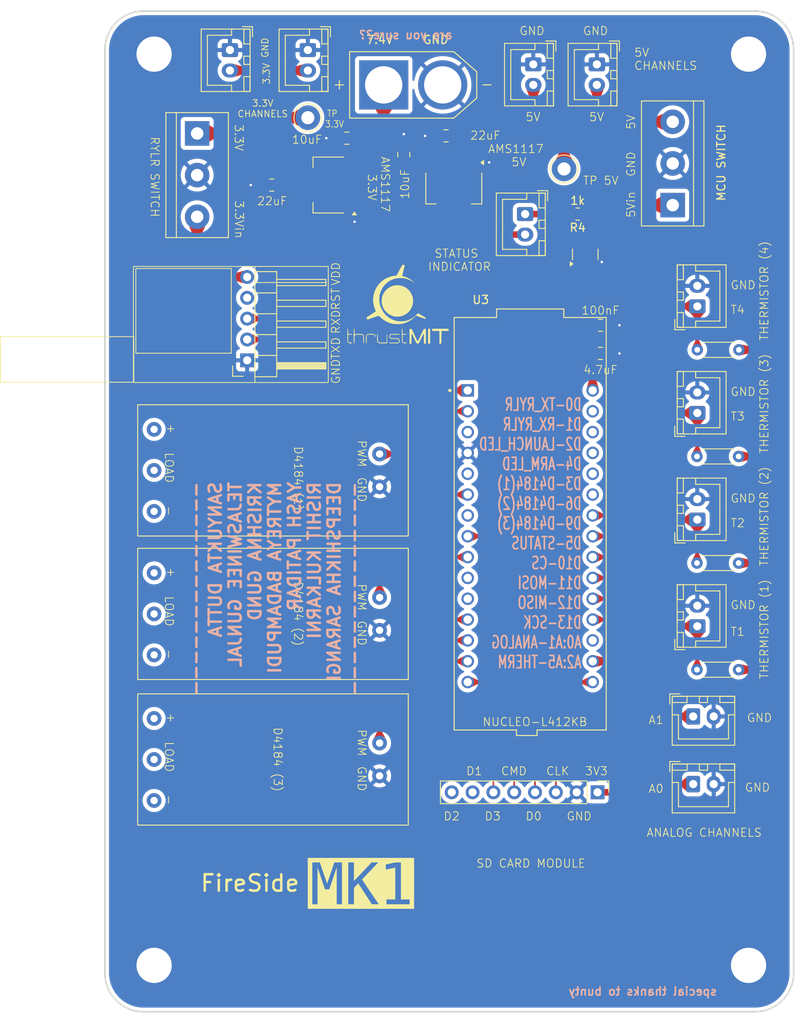
<source format=kicad_pcb>
(kicad_pcb (version 20241229) (generator "pcbnew") (generator_version "9.0")
  (layers (0 "F.Cu" signal) (2 "B.Cu" signal) (13 "F.Paste" user) (15 "B.Paste" user) (5 "F.SilkS" user "F.Silkscreen") (7 "B.SilkS" user "B.Silkscreen") (1 "F.Mask" user) (3 "B.Mask" user) (25 "Edge.Cuts" user))
  (net 0 "")
  (net 1 "GND")
  (net 2 "5V")
  (net 3 "VI")
  (net 4 "A_THERM-1")
  (net 5 "A_THERM-2")
  (net 6 "A_THERM-3")
  (net 7 "3.3V")
  (net 8 "CS_SD")
  (net 9 "PWM_D4184-2")
  (net 10 "RX_RYLR")
  (net 11 "TX_RYLR")
  (net 12 "MOSI_SD")
  (net 13 "SCK_SD")
  (net 14 "MISO_SD")
  (net 15 "PWM_D4184-1")
  (net 16 "PWM_D4184-3")
  (net 23 "5Vin")
  (net 24 "A_THERM-4")
  (net 25 "Net-(J10-Pin_1)")
  (net 26 "3.3V_STM")
  (net 27 "3.3Vin")
  (net 28 "Net-(Q1-C)")
  (net 29 "STATUS_PIN")
  (net 30 "A1")
  (net 33 "A0")
  (footprint "Resistor_THT:R_Axial_DIN0204_L3.6mm_D1.6mm_P5.08mm_Horizontal" (layer "F.Cu") (at 147.79 96.55 180)
    (property "Reference" "R5" (hide yes))
    (property "Value" "100k" (hide yes))
    (pad "1" thru_hole circle (at 0 0 180) (size 1.4 1.4) (drill 0.7) (layers "*.Cu" "*.Mask") (net 26 "3.3V_STM"))
    (pad "2" thru_hole circle (at 5.08 0 180) (size 1.4 1.4) (drill 0.7) (layers "*.Cu" "*.Mask") (net 5 "A_THERM-2"))
  )
  (footprint "Capacitor_SMD:C_0805_2012Metric" (layer "F.Cu") (at 100 44.75 180)
    (property "Reference" "C2" (hide yes))
    (property "Value" "10uF" (hide yes))
    (pad "1" smd roundrect (at -0.95 0 180) (size 1 1.45) (layers "F.Cu" "F.Mask" "F.Paste") (net 3 "VI"))
    (pad "2" smd roundrect (at 0.95 0 180) (size 1 1.45) (layers "F.Cu" "F.Mask" "F.Paste") (net 1 "GND"))
  )
  (footprint "Resistor_THT:R_Axial_DIN0204_L3.6mm_D1.6mm_P5.08mm_Horizontal" (layer "F.Cu") (at 147.79 83.55 180)
    (property "Reference" "R6" (hide yes))
    (property "Value" "100k" (hide yes))
    (pad "1" thru_hole circle (at 0 0 180) (size 1.4 1.4) (drill 0.7) (layers "*.Cu" "*.Mask") (net 26 "3.3V_STM"))
    (pad "2" thru_hole circle (at 5.08 0 180) (size 1.4 1.4) (drill 0.7) (layers "*.Cu" "*.Mask") (net 6 "A_THERM-3"))
  )
  (footprint "Connector_JST:JST_XH_B2B-XH-A_1x02_P2.50mm_Vertical" (layer "F.Cu") (at 130.5 35.75 -90)
    (property "Reference" "J8" (hide yes))
    (property "Value" "Conn_01x02_Pin" (hide yes))
    (pad "1" thru_hole roundrect (at 0 0 270) (size 1.7 2) (drill 1) (layers "*.Cu" "*.Mask") (roundrect_rratio 0.147059) (net 1 "GND"))
    (pad "2" thru_hole oval (at 2.5 0 270) (size 1.7 2) (drill 1) (layers "*.Cu" "*.Mask") (net 2 "5V"))
  )
  (footprint "MountingHole:MountingHole_4.3mm_M4_DIN965_Pad" (layer "F.Cu") (at 76.5 145.6 90)
    (property "Reference" "H2" (hide yes))
    (property "Value" "MountingHole_Pad" (hide yes))
    (pad "1" thru_hole circle (at 0 0 90) (size 7.5 7.5) (drill 4.3) (layers "*.Cu" "*.Mask") (net 1 "GND"))
  )
  (footprint "MountingHole:MountingHole_4.3mm_M4_DIN965_Pad" (layer "F.Cu") (at 76.5 34.5 90)
    (property "Reference" "H3" (hide yes))
    (property "Value" "MountingHole_Pad" (hide yes))
    (pad "1" thru_hole circle (at 0 0 90) (size 7.5 7.5) (drill 4.3) (layers "*.Cu" "*.Mask") (net 1 "GND"))
  )
  (footprint "Capacitor_SMD:C_0805_2012Metric" (layer "F.Cu") (at 106.95 46.75 90)
    (property "Reference" "C3" (hide yes))
    (property "Value" "10uF" (hide yes))
    (pad "1" smd roundrect (at -0.95 0 90) (size 1 1.45) (layers "F.Cu" "F.Mask" "F.Paste") (net 3 "VI"))
    (pad "2" smd roundrect (at 0.95 0 90) (size 1 1.45) (layers "F.Cu" "F.Mask" "F.Paste") (net 1 "GND"))
  )
  (footprint "Connector_JST:JST_XH_B2B-XH-A_1x02_P2.50mm_Vertical" (layer "F.Cu") (at 142.75 78.25 90)
    (property "Reference" "J6" (hide yes))
    (property "Value" "Conn_01x02_Pin" (hide yes))
    (pad "1" thru_hole roundrect (at 0 0 90) (size 1.7 2) (drill 1) (layers "*.Cu" "*.Mask") (roundrect_rratio 0.147059) (net 6 "A_THERM-3"))
    (pad "2" thru_hole oval (at 2.5 0 90) (size 1.7 2) (drill 1) (layers "*.Cu" "*.Mask") (net 1 "GND"))
  )
  (footprint "Package_TO_SOT_SMD:SOT-223-3_TabPin2" (layer "F.Cu") (at 113.05 50.85 -90)
    (property "Reference" "U4" (hide yes))
    (property "Value" "AMS1117-5.0" (hide yes))
    (pad "1" smd roundrect (at -3.15 -2.3 270) (size 2 1.5) (layers "F.Cu" "F.Mask" "F.Paste") (net 1 "GND"))
    (pad "2" smd roundrect (at -3.15 0 270) (size 2 1.5) (layers "F.Cu" "F.Mask" "F.Paste") (net 2 "5V"))
    (pad "2" smd roundrect (at 3.15 0 270) (size 2 3.8) (layers "F.Cu" "F.Mask" "F.Paste") (net 2 "5V"))
    (pad "3" smd roundrect (at -3.15 2.3 270) (size 2 1.5) (layers "F.Cu" "F.Mask" "F.Paste") (net 3 "VI"))
  )
  (footprint "Resistor_THT:R_Axial_DIN0204_L3.6mm_D1.6mm_P5.08mm_Horizontal" (layer "F.Cu") (at 147.825396 70.55 180)
    (property "Reference" "R7" (hide yes))
    (property "Value" "100k" (hide yes))
    (pad "1" thru_hole circle (at 0 0 180) (size 1.4 1.4) (drill 0.7) (layers "*.Cu" "*.Mask") (net 26 "3.3V_STM"))
    (pad "2" thru_hole circle (at 5.08 0 180) (size 1.4 1.4) (drill 0.7) (layers "*.Cu" "*.Mask") (net 24 "A_THERM-4"))
  )
  (footprint "Package_TO_SOT_SMD:SOT-223-3_TabPin2" (layer "F.Cu") (at 97.791768 50.4604 180)
    (property "Reference" "U1" (hide yes))
    (property "Value" "AMS1117-3.3" (hide yes))
    (pad "1" smd roundrect (at -3.15 -2.3 180) (size 2 1.5) (layers "F.Cu" "F.Mask" "F.Paste") (net 1 "GND"))
    (pad "2" smd roundrect (at -3.15 0 180) (size 2 1.5) (layers "F.Cu" "F.Mask" "F.Paste") (net 7 "3.3V"))
    (pad "2" smd roundrect (at 3.15 0 180) (size 2 3.8) (layers "F.Cu" "F.Mask" "F.Paste") (net 7 "3.3V"))
    (pad "3" smd roundrect (at -3.15 2.3 180) (size 2 1.5) (layers "F.Cu" "F.Mask" "F.Paste") (net 3 "VI"))
  )
  (footprint "FireSide Footprint:D4184" (layer "F.Cu") (at 95 121 -90)
    (property "Reference" "U6" (hide yes))
    (property "Value" "~" (hide yes))
    (fp_text user "PWM" (at -4.25 -6.25 270) (layer "F.SilkS") (effects (font (thickness 0.1)) (justify left bottom)))
    (fp_text user "LOAD" (at -2.75 17.25 270) (layer "F.SilkS") (effects (font (thickness 0.1)) (justify left bottom)))
    (fp_text user "-" (at 3.75 17.25 270) (layer "F.SilkS") (effects (font (thickness 0.1)) (justify left bottom)))
    (fp_text user "+" (at -6.25 17 270) (layer "F.SilkS") (effects (font (thickness 0.1)) (justify left bottom)))
    (fp_text user "GND" (at 0.25 -6.25 270) (layer "F.SilkS") (effects (font (thickness 0.1)) (justify left bottom)))
    (pad "1" thru_hole circle (at 1.5 -9 180) (size 1.8 1.8) (drill 0.9) (layers "*.Cu" "*.Mask") (net 1 "GND"))
    (pad "2" thru_hole circle (at -2.5 -9 180) (size 1.8 1.8) (drill 0.9) (layers "*.Cu" "*.Mask") (net 16 "PWM_D4184-3"))
    (pad "3" thru_hole circle (at 4.5 18.5 180) (size 1.8 1.8) (drill 0.9) (layers "*.Cu" "*.Mask"))
    (pad "4" thru_hole circle (at -0.5 18.5 180) (size 1.8 1.8) (drill 0.9) (layers "*.Cu" "*.Mask"))
    (pad "5" thru_hole circle (at -5.5 18.5 180) (size 1.8 1.8) (drill 0.9) (layers "*.Cu" "*.Mask"))
  )
  (footprint "Connector_JST:JST_XH_B2B-XH-A_1x02_P2.50mm_Vertical" (layer "F.Cu") (at 142.25 115.25)
    (property "Reference" "J2" (hide yes))
    (property "Value" "Conn_01x02_Pin" (hide yes))
    (pad "1" thru_hole roundrect (at 0 0) (size 1.7 2) (drill 1) (layers "*.Cu" "*.Mask") (roundrect_rratio 0.147059) (net 30 "A1"))
    (pad "2" thru_hole oval (at 2.5 0) (size 1.7 2) (drill 1) (layers "*.Cu" "*.Mask") (net 1 "GND"))
  )
  (footprint "Connector_JST:JST_XH_B2B-XH-A_1x02_P2.50mm_Vertical" (layer "F.Cu") (at 142.25 123.5)
    (property "Reference" "J1" (hide yes))
    (property "Value" "Conn_01x02_Pin" (hide yes))
    (pad "1" thru_hole roundrect (at 0 0) (size 1.7 2) (drill 1) (layers "*.Cu" "*.Mask") (roundrect_rratio 0.147059) (net 33 "A0"))
    (pad "2" thru_hole oval (at 2.5 0) (size 1.7 2) (drill 1) (layers "*.Cu" "*.Mask") (net 1 "GND"))
  )
  (footprint "Capacitor_SMD:C_0805_2012Metric" (layer "F.Cu") (at 130.939181 70.987836)
    (property "Reference" "C6" (hide yes))
    (property "Value" "4.7uF" (at 0 2.012164 0) (layer "F.SilkS") (effects (font (thickness 0.1))))
    (pad "1" smd roundrect (at -0.95 0) (size 1 1.45) (layers "F.Cu" "F.Mask" "F.Paste") (net 23 "5Vin"))
    (pad "2" smd roundrect (at 0.95 0) (size 1 1.45) (layers "F.Cu" "F.Mask" "F.Paste") (net 1 "GND"))
  )
  (footprint "Resistor_SMD:R_0805_2012Metric" (layer "F.Cu") (at 128.1625 54 180)
    (property "Reference" "R4" (at 0 -1.65 0) (layer "F.SilkS"))
    (property "Value" "1k" (at 0 1.65 0) (layer "F.SilkS"))
    (pad "1" smd roundrect (at -0.9125 0 180) (size 1.025 1.4) (layers "F.Cu" "F.Mask" "F.Paste") (roundrect_rratio 0.243902) (net 28 "Net-(Q1-C)"))
    (pad "2" smd roundrect (at 0.9125 0 180) (size 1.025 1.4) (layers "F.Cu" "F.Mask" "F.Paste") (roundrect_rratio 0.243902) (net 25 "Net-(J10-Pin_1)"))
  )
  (footprint "Capacitor_SMD:C_0805_2012Metric" (layer "F.Cu") (at 90.841212 50.463737 180)
    (property "Reference" "C4" (hide yes))
    (property "Value" "22uF" (hide yes))
    (pad "1" smd roundrect (at -0.95 0 180) (size 1 1.45) (layers "F.Cu" "F.Mask" "F.Paste") (net 7 "3.3V"))
    (pad "2" smd roundrect (at 0.95 0 180) (size 1 1.45) (layers "F.Cu" "F.Mask" "F.Paste") (net 1 "GND"))
  )
  (footprint "MountingHole:MountingHole_4.3mm_M4_DIN965_Pad" (layer "F.Cu") (at 149 145.6 90)
    (property "Reference" "H1" (hide yes))
    (property "Value" "MountingHole_Pad" (hide yes))
    (pad "1" thru_hole circle (at 0 0 90) (size 7.5 7.5) (drill 4.3) (layers "*.Cu" "*.Mask") (net 1 "GND"))
  )
  (footprint "FireSide Footprint:D4184" (layer "F.Cu") (at 95 85.75 -90)
    (property "Reference" "U5" (hide yes))
    (property "Value" "~" (hide yes))
    (fp_text user "LOAD" (at -2.75 17.25 270) (layer "F.SilkS") (effects (font (thickness 0.1)) (justify left bottom)))
    (fp_text user "GND" (at 0.25 -6.25 270) (layer "F.SilkS") (effects (font (thickness 0.1)) (justify left bottom)))
    (fp_text user "PWM" (at -4.25 -6.25 270) (layer "F.SilkS") (effects (font (thickness 0.1)) (justify left bottom)))
    (fp_text user "+" (at -6.25 17 270) (layer "F.SilkS") (effects (font (thickness 0.1)) (justify left bottom)))
    (fp_text user "-" (at 3.75 17.25 270) (layer "F.SilkS") (effects (font (thickness 0.1)) (justify left bottom)))
    (pad "1" thru_hole circle (at 1.5 -9 180) (size 1.8 1.8) (drill 0.9) (layers "*.Cu" "*.Mask") (net 1 "GND"))
    (pad "2" thru_hole circle (at -2.5 -9 180) (size 1.8 1.8) (drill 0.9) (layers "*.Cu" "*.Mask") (net 15 "PWM_D4184-1"))
    (pad "3" thru_hole circle (at 4.5 18.5 180) (size 1.8 1.8) (drill 0.9) (layers "*.Cu" "*.Mask"))
    (pad "4" thru_hole circle (at -0.5 18.5 180) (size 1.8 1.8) (drill 0.9) (layers "*.Cu" "*.Mask"))
    (pad "5" thru_hole circle (at -5.5 18.5 180) (size 1.8 1.8) (drill 0.9) (layers "*.Cu" "*.Mask"))
  )
  (footprint "Connector_PinHeader_2.54mm:PinHeader_1x08_P2.54mm_Vertical" (layer "F.Cu") (at 130.58 124.5 -90)
    (property "Reference" "J3" (hide yes))
    (property "Value" "Conn_01x08_Pin" (hide yes))
    (pad "1" thru_hole rect (at 0 0 270) (size 1.7 1.7) (drill 1) (layers "*.Cu" "*.Mask") (net 26 "3.3V_STM"))
    (pad "2" thru_hole circle (at 0 2.54 270) (size 1.7 1.7) (drill 1) (layers "*.Cu" "*.Mask") (net 1 "GND"))
    (pad "3" thru_hole circle (at 0 5.08 270) (size 1.7 1.7) (drill 1) (layers "*.Cu" "*.Mask") (net 13 "SCK_SD"))
    (pad "4" thru_hole circle (at 0 7.62 270) (size 1.7 1.7) (drill 1) (layers "*.Cu" "*.Mask") (net 14 "MISO_SD"))
    (pad "5" thru_hole circle (at 0 10.16 270) (size 1.7 1.7) (drill 1) (layers "*.Cu" "*.Mask") (net 12 "MOSI_SD"))
    (pad "6" thru_hole circle (at 0 12.7 270) (size 1.7 1.7) (drill 1) (layers "*.Cu" "*.Mask") (net 8 "CS_SD"))
    (pad "7" thru_hole circle (at 0 15.24 270) (size 1.7 1.7) (drill 1) (layers "*.Cu" "*.Mask"))
    (pad "8" thru_hole circle (at 0 17.78 270) (size 1.7 1.7) (drill 1) (layers "*.Cu" "*.Mask"))
  )
  (footprint "FireSide Footprint:XT60-M" (layer "F.Cu") (at 107.6 29.55)
    (property "Reference" "U8" (hide yes))
    (property "Value" "~" (hide yes))
    (pad "N" thru_hole circle (at 4.1 8.7) (size 6 6) (drill 4.55) (layers "*.Cu" "*.Mask") (net 1 "GND"))
    (pad "P" thru_hole rect (at -3.1 8.7) (size 6 6) (drill 4.55) (layers "*.Cu" "*.Mask") (net 3 "VI"))
  )
  (footprint "FireSide Footprint:NUCLEO-L412KB" (layer "F.Cu") (at 122.37 91.756)
    (property "Reference" "U3" (at -6.0325 -27.305 0) (layer "F.SilkS"))
    (property "Value" "NUCLEO-L412KB" (hide yes))
    (pad "CN3_1" thru_hole rect (at -7.62 -16.256) (size 1.524 1.524) (drill 1.016) (layers "*.Cu" "*.Mask") (net 10 "RX_RYLR"))
    (pad "CN3_2" thru_hole circle (at -7.62 -13.716) (size 1.524 1.524) (drill 1.016) (layers "*.Cu" "*.Mask") (net 11 "TX_RYLR"))
    (pad "CN3_3" thru_hole circle (at -7.62 -11.176) (size 1.524 1.524) (drill 1.016) (layers "*.Cu" "*.Mask"))
    (pad "CN3_4" thru_hole circle (at -7.62 -8.636) (size 1.524 1.524) (drill 1.016) (layers "*.Cu" "*.Mask") (net 1 "GND"))
    (pad "CN3_5" thru_hole circle (at -7.62 -6.096) (size 1.524 1.524) (drill 1.016) (layers "*.Cu" "*.Mask"))
    (pad "CN3_6" thru_hole circle (at -7.62 -3.556) (size 1.524 1.524) (drill 1.016) (layers "*.Cu" "*.Mask") (net 15 "PWM_D4184-1"))
    (pad "CN3_7" thru_hole circle (at -7.62 -1.016) (size 1.524 1.524) (drill 1.016) (layers "*.Cu" "*.Mask"))
    (pad "CN3_8" thru_hole circle (at -7.62 1.524) (size 1.524 1.524) (drill 1.016) (layers "*.Cu" "*.Mask") (net 29 "STATUS_PIN"))
    (pad "CN3_9" thru_hole circle (at -7.62 4.064) (size 1.524 1.524) (drill 1.016) (layers "*.Cu" "*.Mask") (net 9 "PWM_D4184-2"))
    (pad "CN3_10" thru_hole circle (at -7.62 6.604) (size 1.524 1.524) (drill 1.016) (layers "*.Cu" "*.Mask"))
    (pad "CN3_11" thru_hole circle (at -7.62 9.144) (size 1.524 1.524) (drill 1.016) (layers "*.Cu" "*.Mask"))
    (pad "CN3_12" thru_hole circle (at -7.62 11.684) (size 1.524 1.524) (drill 1.016) (layers "*.Cu" "*.Mask") (net 16 "PWM_D4184-3"))
    (pad "CN3_13" thru_hole circle (at -7.62 14.224) (size 1.524 1.524) (drill 1.016) (layers "*.Cu" "*.Mask") (net 8 "CS_SD"))
    (pad "CN3_14" thru_hole circle (at -7.62 16.764) (size 1.524 1.524) (drill 1.016) (layers "*.Cu" "*.Mask") (net 12 "MOSI_SD"))
    (pad "CN3_15" thru_hole circle (at -7.62 19.304) (size 1.524 1.524) (drill 1.016) (layers "*.Cu" "*.Mask") (net 14 "MISO_SD"))
    (pad "CN4_1" thru_hole circle (at 7.62 -16.256) (size 1.524 1.524) (drill 1.016) (layers "*.Cu" "*.Mask") (net 23 "5Vin"))
    (pad "CN4_2" thru_hole circle (at 7.62 -13.716) (size 1.524 1.524) (drill 1.016) (layers "*.Cu" "*.Mask"))
    (pad "CN4_3" thru_hole circle (at 7.62 -11.176) (size 1.524 1.524) (drill 1.016) (layers "*.Cu" "*.Mask"))
    (pad "CN4_4" thru_hole circle (at 7.62 -8.636) (size 1.524 1.524) (drill 1.016) (layers "*.Cu" "*.Mask"))
    (pad "CN4_5" thru_hole circle (at 7.62 -6.096) (size 1.524 1.524) (drill 1.016) (layers "*.Cu" "*.Mask"))
    (pad "CN4_6" thru_hole circle (at 7.62 -3.556) (size 1.524 1.524) (drill 1.016) (layers "*.Cu" "*.Mask"))
    (pad "CN4_7" thru_hole circle (at 7.62 -1.016) (size 1.524 1.524) (drill 1.016) (layers "*.Cu" "*.Mask") (net 24 "A_THERM-4"))
    (pad "CN4_8" thru_hole circle (at 7.62 1.524) (size 1.524 1.524) (drill 1.016) (layers "*.Cu" "*.Mask") (net 6 "A_THERM-3"))
    (pad "CN4_9" thru_hole circle (at 7.62 4.064) (size 1.524 1.524) (drill 1.016) (layers "*.Cu" "*.Mask") (net 5 "A_THERM-2"))
    (pad "CN4_10" thru_hole circle (at 7.62 6.604) (size 1.524 1.524) (drill 1.016) (layers "*.Cu" "*.Mask") (net 4 "A_THERM-1"))
    (pad "CN4_11" thru_hole circle (at 7.62 9.144) (size 1.524 1.524) (drill 1.016) (layers "*.Cu" "*.Mask") (net 30 "A1"))
    (pad "CN4_12" thru_hole circle (at 7.62 11.684) (size 1.524 1.524) (drill 1.016) (layers "*.Cu" "*.Mask") (net 33 "A0"))
    (pad "CN4_13" thru_hole circle (at 7.62 14.224) (size 1.524 1.524) (drill 1.016) (layers "*.Cu" "*.Mask"))
    (pad "CN4_14" thru_hole circle (at 7.62 16.764) (size 1.524 1.524) (drill 1.016) (layers "*.Cu" "*.Mask") (net 26 "3.3V_STM"))
    (pad "CN4_15" thru_hole circle (at 7.62 19.304) (size 1.524 1.524) (drill 1.016) (layers "*.Cu" "*.Mask") (net 13 "SCK_SD"))
  )
  (footprint "Resistor_THT:R_Axial_DIN0204_L3.6mm_D1.6mm_P5.08mm_Horizontal" (layer "F.Cu") (at 147.79 109.55 180)
    (property "Reference" "R2" (hide yes))
    (property "Value" "100k" (hide yes))
    (pad "1" thru_hole circle (at 0 0 180) (size 1.4 1.4) (drill 0.7) (layers "*.Cu" "*.Mask") (net 26 "3.3V_STM"))
    (pad "2" thru_hole circle (at 5.08 0 180) (size 1.4 1.4) (drill 0.7) (layers "*.Cu" "*.Mask") (net 4 "A_THERM-1"))
  )
  (footprint "Capacitor_SMD:C_0805_2012Metric" (layer "F.Cu") (at 112.096508 44.460665 180)
    (property "Reference" "C1" (hide yes))
    (property "Value" "22uF" (hide yes))
    (pad "1" smd roundrect (at -0.95 0 180) (size 1 1.45) (layers "F.Cu" "F.Mask" "F.Paste") (net 2 "5V"))
    (pad "2" smd roundrect (at 0.95 0 180) (size 1 1.45) (layers "F.Cu" "F.Mask" "F.Paste") (net 1 "GND"))
  )
  (footprint "Connector_JST:JST_XH_B2B-XH-A_1x02_P2.50mm_Vertical" (layer "F.Cu") (at 142.75 104.25 90)
    (property "Reference" "J4" (hide yes))
    (property "Value" "Conn_01x02_Pin" (hide yes))
    (pad "1" thru_hole roundrect (at 0 0 90) (size 1.7 2) (drill 1) (layers "*.Cu" "*.Mask") (roundrect_rratio 0.147059) (net 4 "A_THERM-1"))
    (pad "2" thru_hole oval (at 2.5 0 90) (size 1.7 2) (drill 1) (layers "*.Cu" "*.Mask") (net 1 "GND"))
  )
  (footprint "Connector_JST:JST_XH_B2B-XH-A_1x02_P2.50mm_Vertical" (layer "F.Cu") (at 122.75 35.75 -90)
    (property "Reference" "J7" (hide yes))
    (property "Value" "Conn_01x02_Pin" (hide yes))
    (pad "1" thru_hole roundrect (at 0 0 270) (size 1.7 2) (drill 1) (layers "*.Cu" "*.Mask") (roundrect_rratio 0.147059) (net 1 "GND"))
    (pad "2" thru_hole oval (at 2.5 0 270) (size 1.7 2) (drill 1) (layers "*.Cu" "*.Mask") (net 2 "5V"))
  )
  (footprint "Connector_JST:JST_XH_B2B-XH-A_1x02_P2.50mm_Vertical" (layer "F.Cu") (at 95.25 34 -90)
    (property "Reference" "J12" (hide yes))
    (property "Value" "Conn_01x02_Pin" (hide yes))
    (pad "1" thru_hole roundrect (at 0 0 270) (size 1.7 2) (drill 1) (layers "*.Cu" "*.Mask") (roundrect_rratio 0.147059) (net 1 "GND"))
    (pad "2" thru_hole oval (at 2.5 0 270) (size 1.7 2) (drill 1) (layers "*.Cu" "*.Mask") (net 7 "3.3V"))
  )
  (footprint "Connector_JST:JST_XH_B2B-XH-A_1x02_P2.50mm_Vertical" (layer "F.Cu") (at 142.75 65.25 90)
    (property "Reference" "J14" (hide yes))
    (property "Value" "Conn_01x02_Pin" (hide yes))
    (pad "1" thru_hole roundrect (at 0 0 90) (size 1.7 2) (drill 1) (layers "*.Cu" "*.Mask") (roundrect_rratio 0.147059) (net 24 "A_THERM-4"))
    (pad "2" thru_hole oval (at 2.5 0 90) (size 1.7 2) (drill 1) (layers "*.Cu" "*.Mask") (net 1 "GND"))
  )
  (footprint "Capacitor_SMD:C_0805_2012Metric" (layer "F.Cu") (at 130.943152 67.558421)
    (property "Reference" "C5" (hide yes))
    (property "Value" "100nF" (at 0 -1.808421 0) (layer "F.SilkS") (effects (font (thickness 0.1))))
    (pad "1" smd roundrect (at -0.95 0) (size 1 1.45) (layers "F.Cu" "F.Mask" "F.Paste") (net 23 "5Vin"))
    (pad "2" smd roundrect (at 0.95 0) (size 1 1.45) (layers "F.Cu" "F.Mask" "F.Paste") (net 1 "GND"))
  )
  (footprint "Connector_JST:JST_XH_B2B-XH-A_1x02_P2.50mm_Vertical" (layer "F.Cu") (at 121.75 54 -90)
    (property "Reference" "J10" (hide yes))
    (property "Value" "Conn_01x02_Pin" (hide yes))
    (pad "1" thru_hole roundrect (at 0 0 270) (size 1.7 2) (drill 1) (layers "*.Cu" "*.Mask") (roundrect_rratio 0.147059) (net 25 "Net-(J10-Pin_1)"))
    (pad "2" thru_hole oval (at 2.5 0 270) (size 1.7 2) (drill 1) (layers "*.Cu" "*.Mask") (net 3 "VI"))
  )
  (footprint "TestPoint:TestPoint_Loop_D2.60mm_Drill1.6mm_Beaded" (layer "F.Cu") (at 95.25 42.25)
    (property "Reference" "TP2" (hide yes))
    (property "Value" "TestPoint" (hide yes))
    (pad "1" thru_hole circle (at 0 0) (size 3 3) (drill 1.6) (layers "*.Cu" "*.Mask") (net 7 "3.3V"))
  )
  (footprint "Connector_JST:JST_XH_B2B-XH-A_1x02_P2.50mm_Vertical" (layer "F.Cu") (at 85.75 34 -90)
    (property "Reference" "J11" (hide yes))
    (property "Value" "Conn_01x02_Pin" (hide yes))
    (pad "1" thru_hole roundrect (at 0 0 270) (size 1.7 2) (drill 1) (layers "*.Cu" "*.Mask") (roundrect_rratio 0.147059) (net 1 "GND"))
    (pad "2" thru_hole oval (at 2.5 0 270) (size 1.7 2) (drill 1) (layers "*.Cu" "*.Mask") (net 7 "3.3V"))
  )
  (footprint "logos:logo2" (layer "F.Cu") (at 106.148087 64.386336)
    (property "Reference" "G***" (hide yes))
    (property "Value" "LOGO" (hide yes))
  )
  (footprint "TestPoint:TestPoint_Loop_D2.60mm_Drill1.6mm_Beaded" (layer "F.Cu") (at 126.5 48.5)
    (property "Reference" "TP1" (hide yes))
    (property "Value" "TestPoint" (hide yes))
    (pad "1" thru_hole circle (at 0 0) (size 3 3) (drill 1.6) (layers "*.Cu" "*.Mask") (net 2 "5V"))
  )
  (footprint "FireSide Footprint:D4184" (layer "F.Cu") (at 95 103.25 -90)
    (property "Reference" "U9" (hide yes))
    (property "Value" "~")
    (fp_text user "GND" (at 0.25 -6.25 270) (layer "F.SilkS") (effects (font (thickness 0.1)) (justify left bottom)))
    (fp_text user "LOAD" (at -2.75 17.25 270) (layer "F.SilkS") (effects (font (thickness 0.1)) (justify left bottom)))
    (fp_text user "-" (at 3.75 17.25 270) (layer "F.SilkS") (effects (font (thickness 0.1)) (justify left bottom)))
    (fp_text user "PWM" (at -4.25 -6.25 270) (layer "F.SilkS") (effects (font (thickness 0.1)) (justify left bottom)))
    (fp_text user "+" (at -6.25 17 270) (layer "F.SilkS") (effects (font (thickness 0.1)) (justify left bottom)))
    (pad "1" thru_hole circle (at 1.5 -9 180) (size 1.8 1.8) (drill 0.9) (layers "*.Cu" "*.Mask") (net 1 "GND"))
    (pad "2" thru_hole circle (at -2.5 -9 180) (size 1.8 1.8) (drill 0.9) (layers "*.Cu" "*.Mask") (net 9 "PWM_D4184-2"))
    (pad "3" thru_hole circle (at 4.5 18.5 180) (size 1.8 1.8) (drill 0.9) (layers "*.Cu" "*.Mask"))
    (pad "4" thru_hole circle (at -0.5 18.5 180) (size 1.8 1.8) (drill 0.9) (layers "*.Cu" "*.Mask"))
    (pad "5" thru_hole circle (at -5.5 18.5 180) (size 1.8 1.8) (drill 0.9) (layers "*.Cu" "*.Mask"))
  )
  (footprint "Connector_JST:JST_XH_B2B-XH-A_1x02_P2.50mm_Vertical" (layer "F.Cu") (at 142.75 91.25 90)
    (property "Reference" "J5" (hide yes))
    (property "Value" "Conn_01x02_Pin" (hide yes))
    (pad "1" thru_hole roundrect (at 0 0 90) (size 1.7 2) (drill 1) (layers "*.Cu" "*.Mask") (roundrect_rratio 0.147059) (net 5 "A_THERM-2"))
    (pad "2" thru_hole oval (at 2.5 0 90) (size 1.7 2) (drill 1) (layers "*.Cu" "*.Mask") (net 1 "GND"))
  )
  (footprint "MountingHole:MountingHole_4.3mm_M4_DIN965_Pad" (layer "F.Cu") (at 149 34.5 90)
    (property "Reference" "H4" (hide yes))
    (property "Value" "MountingHole_Pad" (hide yes))
    (pad "1" thru_hole circle (at 0 0 90) (size 7.5 7.5) (drill 4.3) (layers "*.Cu" "*.Mask") (net 1 "GND"))
  )
  (footprint "TerminalBlock:TerminalBlock_bornier-3_P5.08mm" (layer "F.Cu") (at 139.75 52.91 90)
    (property "Reference" "J13" (hide yes))
    (property "Value" "Screw_Terminal_01x03" (hide yes))
    (pad "1" thru_hole rect (at 0 0 90) (size 3 3) (drill 1.52) (layers "*.Cu" "*.Mask") (net 23 "5Vin"))
    (pad "2" thru_hole circle (at 5.08 0 90) (size 3 3) (drill 1.52) (layers "*.Cu" "*.Mask") (net 1 "GND"))
    (pad "3" thru_hole circle (at 10.16 0 90) (size 3 3) (drill 1.52) (layers "*.Cu" "*.Mask") (net 2 "5V"))
  )
  (footprint "FireSide Footprint:RYLR998" (layer "F.Cu") (at 78.744 67.285 90)
    (property "Reference" "U2" (hide yes))
    (property "Value" "~" (hide yes))
    (fp_text user "VDD" (at 4.5 20.5 90) (layer "F.SilkS") (effects (font (thickness 0.1)) (justify left bottom)))
    (fp_text user "RXD" (at -1.4 20.5 90) (layer "F.SilkS") (effects (font (thickness 0.1)) (justify left bottom)))
    (fp_text user "TXD" (at -4.5 20.5 90) (layer "F.SilkS") (effects (font (thickness 0.1)) (justify left bottom)))
    (fp_text user "GND" (at -7.5 20.5 90) (layer "F.SilkS") (effects (font (thickness 0.1)) (justify left bottom)))
    (fp_text user "RST" (at 1.5 20.5 90) (layer "F.SilkS") (effects (font (thickness 0.1)) (justify left bottom)))
    (pad "1" thru_hole oval (at 5.615 9.105 180) (size 1.7 1.7) (drill 1) (layers "*.Cu" "*.Mask") (net 27 "3.3Vin"))
    (pad "2" thru_hole oval (at 3.075 9.105 180) (size 1.7 1.7) (drill 1) (layers "*.Cu" "*.Mask"))
    (pad "3" thru_hole oval (at 0.535 9.105 180) (size 1.7 1.7) (drill 1) (layers "*.Cu" "*.Mask") (net 10 "RX_RYLR"))
    (pad "4" thru_hole oval (at -2.005 9.105 180) (size 1.7 1.7) (drill 1) (layers "*.Cu" "*.Mask") (net 11 "TX_RYLR"))
    (pad "5" thru_hole rect (at -4.545 9.105 180) (size 1.7 1.7) (drill 1) (layers "*.Cu" "*.Mask") (net 1 "GND"))
  )
  (footprint "TerminalBlock:TerminalBlock_bornier-3_P5.08mm" (layer "F.Cu") (at 81.75 44.17 -90)
    (property "Reference" "J9" (hide yes))
    (property "Value" "Screw_Terminal_01x03" (hide yes))
    (pad "1" thru_hole rect (at 0 0 270) (size 3 3) (drill 1.52) (layers "*.Cu" "*.Mask") (net 7 "3.3V"))
    (pad "2" thru_hole circle (at 5.08 0 270) (size 3 3) (drill 1.52) (layers "*.Cu" "*.Mask") (net 1 "GND"))
    (pad "3" thru_hole circle (at 10.16 0 270) (size 3 3) (drill 1.52) (layers "*.Cu" "*.Mask") (net 27 "3.3Vin"))
  )
  (footprint "Package_TO_SOT_SMD:SOT-23" (layer "F.Cu") (at 129.084612 58.91275 90)
    (property "Reference" "Q1" (hide yes))
    (property "Value" "MMBT2222A" (hide yes))
    (pad "1" smd roundrect (at -0.9375 -0.95 90) (size 1.475 0.6) (layers "F.Cu" "F.Mask" "F.Paste") (net 29 "STATUS_PIN"))
    (pad "2" smd roundrect (at -0.9375 0.95 90) (size 1.475 0.6) (layers "F.Cu" "F.Mask" "F.Paste") (net 1 "GND"))
    (pad "3" smd roundrect (at 0.9375 0 90) (size 1.475 0.6) (layers "F.Cu" "F.Mask" "F.Paste") (net 28 "Net-(Q1-C)"))
  )
  (gr_arc (start 149.8 29.25) (mid 153.123402 30.626598) (end 154.5 33.95) (stroke (width 0.2)) (layer "Edge.Cuts"))
  (gr_line (start 154.5 33.95) (end 154.5 146.55) (stroke (width 0.2)) (layer "Edge.Cuts"))
  (gr_line (start 149.8 151.25) (end 75.2 151.25) (stroke (width 0.2)) (layer "Edge.Cuts"))
  (gr_arc (start 75.2 151.25) (mid 71.876598 149.873402) (end 70.5 146.55) (stroke (width 0.2)) (layer "Edge.Cuts"))
  (gr_arc (start 154.5 146.55) (mid 153.123402 149.873402) (end 149.8 151.25) (stroke (width 0.2)) (layer "Edge.Cuts"))
  (gr_line (start 70.5 146.55) (end 70.5 33.95) (stroke (width 0.2)) (layer "Edge.Cuts"))
  (gr_arc (start 70.5 33.95) (mid 71.876598 30.626598) (end 75.2 29.25) (stroke (width 0.2)) (layer "Edge.Cuts"))
  (gr_line (start 75.2 29.25) (end 149.8 29.25) (stroke (width 0.2)) (layer "Edge.Cuts"))
  (gr_text "TP 5V" (at 128.75 50.5 0) (layer "F.SilkS") (effects (font (size 1 1) (thickness 0.1)) (justify left bottom)))
  (gr_text "GND" (at 110.85 32.75 0) (layer "F.SilkS") (effects (font (size 1 1))))
  (gr_text "D4184 (3)\n" (at 91 116.5 270) (layer "F.SilkS") (effects (font (size 1 1) (thickness 0.1)) (justify left bottom)))
  (gr_text "D0\n" (at 121.75 128 0) (layer "F.SilkS") (effects (font (size 1 1) (thickness 0.1)) (justify left bottom)))
  (gr_text "7.4V\n" (at 104 32.75 0) (layer "F.SilkS") (effects (font (size 1 1))))
  (gr_text "T2\n" (at 146.75 92.25 0) (layer "F.SilkS") (effects (font (size 1 1) (thickness 0.1)) (justify left bottom)))
  (gr_text "D2\n" (at 111.75 128 0) (layer "F.SilkS") (effects (font (size 1 1) (thickness 0.1)) (justify left bottom)))
  (gr_text "GND\n" (at 128.75 32.25 0) (layer "F.SilkS") (effects (font (size 1 1) (thickness 0.1)) (justify left bottom)))
  (gr_text "GND\n" (at 146.75 63.25 0) (layer "F.SilkS") (effects (font (size 1 1) (thickness 0.1)) (justify left bottom)))
  (gr_text "MK1" (at 95.5 139 0) (layer "F.SilkS" knockout) (effects (font (size 5 5) (thickness 1) (italic yes)) (justify left bottom)))
  (gr_text "FireSide\n" (at 82 136.75 0) (layer "F.SilkS") (effects (font (size 2 2) (thickness 0.3) (bold yes)) (justify left bottom)))
  (gr_text "STATUS \nINDICATOR" (at 113.75 61 0) (layer "F.SilkS") (effects (font (size 1 1) (thickness 0.1)) (justify bottom)))
  (gr_text "GND" (at 90.5 35 90) (layer "F.SilkS") (effects (font (size 0.8 0.8) (thickness 0.1)) (justify left bottom)))
  (gr_text "D4184 (1)\n" (at 93.5 82.25 270) (layer "F.SilkS") (effects (font (size 1 1) (thickness 0.1)) (justify left bottom)))
  (gr_text "22uF" (at 115 45 0) (layer "F.SilkS") (effects (font (size 1 1) (thickness 0.1)) (justify left bottom)))
  (gr_text "GND" (at 135.25 49.5 90) (layer "F.SilkS") (effects (font (size 1 1) (thickness 0.1)) (justify left bottom)))
  (gr_text "3.3V\n" (at 86.25 43 270) (layer "F.SilkS") (effects (font (size 1 1) (thickness 0.1)) (justify left bottom)))
  (gr_text "AMS1117 \n3.3V\n" (at 102.5 50.75 270) (layer "F.SilkS") (effects (font (size 1 1) (thickness 0.1)) (justify bottom)))
  (gr_text "5V" (at 135.25 43.75 90) (layer "F.SilkS") (effects (font (size 1 1) (thickness 0.1)) (justify left bottom)))
  (gr_text "5V\nCHANNELS\n" (at 135 36.5 0) (layer "F.SilkS") (effects (font (size 1 1) (thickness 0.1)) (justify left bottom)))
  (gr_text "5V\n" (at 129.5 42.75 0) (layer "F.SilkS") (effects (font (size 1 1) (thickness 0.1)) (justify left bottom)))
  (gr_text "GND\n" (at 148.75 116 0) (layer "F.SilkS") (effects (font (size 1 1) (thickness 0.1)) (justify left bottom)))
  (gr_text "10uF" (at 107.685 52.25 90) (layer "F.SilkS") (effects (font (size 1 1) (thickness 0.1)) (justify left bottom)))
  (gr_text "3V3\n" (at 129 122.5 0) (layer "F.SilkS") (effects (font (size 1 1) (thickness 0.1)) (justify left bottom)))
  (gr_text "10uF" (at 93.25 45.5 0) (layer "F.SilkS") (effects (font (size 1 1) (thickness 0.1)) (justify left bottom)))
  (gr_text "THERMISTOR (3)\n" (at 151.5 83.25 90) (layer "F.SilkS") (effects (font (size 1 1) (thickness 0.1)) (justify left bottom)))
  (gr_text "MCU SWITCH\n" (at 146.25 52.5 90) (layer "F.SilkS") (effects (font (size 1 1)) (justify left bottom)))
  (gr_text "3.3V" (at 90.675463 38.25 90) (layer "F.SilkS") (effects (font (size 0.8 0.8) (thickness 0.1)) (justify left bottom)))
  (gr_text "5V\n" (at 121.75 42.75 0) (layer "F.SilkS") (effects (font (size 1 1) (thickness 0.1)) (justify left bottom)))
  (gr_text "22uF" (at 89 53 0) (layer "F.SilkS") (effects (font (size 1 1) (thickness 0.1)) (justify left bottom)))
  (gr_text "GND\n" (at 126.75 128 0) (layer "F.SilkS") (effects (font (size 1 1) (thickness 0.1)) (justify left bottom)))
  (gr_text "3.3Vin\n" (at 86.289073 52.27981 270) (layer "F.SilkS") (effects (font (size 1 1) (thickness 0.1)) (justify left bottom)))
  (gr_text "ANALOG CHANNELS\n" (at 136.5 130 0) (layer "F.SilkS") (effects (font (size 1 1) (thickness 0.1)) (justify left bottom)))
  (gr_text "GND\n" (at 146.75 89.25 0) (layer "F.SilkS") (effects (font (size 1 1) (thickness 0.1)) (justify left bottom)))
  (gr_text "CMD\n" (at 118.75 122.5 0) (layer "F.SilkS") (effects (font (size 1 1) (thickness 0.1)) (justify left bottom)))
  (gr_text "A0\n\n" (at 136.75 126.25 0) (layer "F.SilkS") (effects (font (size 1 1) (thickness 0.1)) (justify left bottom)))
  (gr_text "3.3V\nCHANNELS" (at 89.75 42.25 0) (layer "F.SilkS") (effects (font (size 0.8 0.8) (thickness 0.1)) (justify bottom)))
  (gr_text "THERMISTOR (1)\n" (at 151.5 110.75 90) (layer "F.SilkS") (effects (font (size 1 1) (thickness 0.1)) (justify left bottom)))
  (gr_text "GND\n" (at 121 32.25 0) (layer "F.SilkS") (effects (font (size 1 1) (thickness 0.1)) (justify left bottom)))
  (gr_text "D3\n" (at 116.75 128 0) (layer "F.SilkS") (effects (font (size 1 1) (thickness 0.1)) (justify left bottom)))
  (gr_text "GND\n" (at 146.75 76.25 0) (layer "F.SilkS") (effects (font (size 1 1) (thickness 0.1)) (justify left bottom)))
  (gr_text "SD CARD MODULE\n" (at 115.75 133.75 0) (layer "F.SilkS") (effects (font (size 1 1) (thickness 0.1)) (justify left bottom)))
  (gr_text "T4" (at 146.75 66.25 0) (layer "F.SilkS") (effects (font (size 1 1) (thickness 0.1)) (justify left bottom)))
  (gr_text "D1\n" (at 114.5 122.5 0) (layer "F.SilkS") (effects (font (size 1 1) (thickness 0.1)) (justify left bottom)))
  (gr_text "GND\n" (at 148.5 124.5 0) (layer "F.SilkS") (effects (font (size 1 1) (thickness 0.1)) (justify left bottom)))
  (gr_text "NUCLEO-L412KB\n" (at 116.5 116.5 0) (layer "F.SilkS") (effects (font (size 1 1) (thickness 0.1)) (justify left bottom)))
  (gr_text "RYLR SWITCH" (at 76 44.5 270) (layer "F.SilkS") (effects (font (size 1 1) (thickness 0.1)) (justify left bottom)))
  (gr_text "TP \n3.3V" (at 98.5 43.5 0) (layer "F.SilkS") (effects (font (size 0.8 0.7) (thickness 0.0875)) (justify bottom)))
  (gr_text "THERMISTOR (2)\n" (at 151.5 97 90) (layer "F.SilkS") (effects (font (size 1 1) (thickness 0.1)) (justify left bottom)))
  (gr_text "5Vin" (at 135.25 54.5 90) (layer "F.SilkS") (effects (font (size 1 1) (thickness 0.1)) (justify left bottom)))
  (gr_text "T3\n" (at 146.75 79.25 0) (layer "F.SilkS") (effects (font (size 1 1) (thickness 0.1)) (justify left bottom)))
  (gr_text "A1\n" (at 136.75 116.25 0) (layer "F.SilkS") (effects (font (size 1 1) (thickness 0.1)) (justify left bottom)))
  (gr_text "D4184 (2)\n" (at 93.5 98.75 270) (layer "F.SilkS") (effects (font (size 1 1) (thickness 0.1)) (justify left bottom)))
  (gr_text "THERMISTOR (4)\n" (at 151.5 69.5 90) (layer "F.SilkS") (effects (font (size 1 1) (thickness 0.1)) (justify left bottom)))
  (gr_text "GND\n" (at 146.75 102.25 0) (layer "F.SilkS") (effects (font (size 1 1) (thickness 0.1)) (justify left bottom)))
  (gr_text "AMS1117 \n5V\n" (at 121 48.25 0) (layer "F.SilkS") (effects (font (size 1 1) (thickness 0.1)) (justify bottom)))
  (gr_text "T1" (at 146.75 105.5 0) (layer "F.SilkS") (effects (font (size 1 1) (thickness 0.1)) (justify left bottom)))
  (gr_text "CLK\n" (at 124.25 122.5 0) (layer "F.SilkS") (effects (font (size 1 1) (thickness 0.1)) (justify left bottom)))
  (gr_text "are you sure??" (at 113 32.75 -0) (layer "B.SilkS") (effects (font (size 1 1) (thickness 0.2) (bold yes)) (justify left bottom mirror)))
  (gr_text "special thanks to bunty" (at 145.25 149.35 0) (layer "B.SilkS") (effects (font (size 1 1) (thickness 0.2) (bold yes)) (justify left bottom mirror)))
  (gr_text "D0-TX_RYLR\nD1-RX_RYLR\nD2-LAUNCH_LED\nD4-ARM_LED\nD3-D4184(1)\nD6-D4184(2)\nD9-D4184(3)\nD5-STATUS\nD10-CS\nD11-MOSI\nD12-MISO\nD13-SCK\nA0:A1-ANALOG\nA2:A5-THERM\n" (at 128.75 109.5 0) (layer "B.SilkS") (effects (font (size 1.5 1) (thickness 0.2) (bold yes)) (justify left bottom mirror)))
  (gr_text "--------------\nSANYUKTA DUTTA          \nTEJASWINEE GUNJAL   \nKRISHNA GUND\nMYTREYA BADAMPUDI        \nYASH PATIDAR       \nRISHIT KULKARNI    \nDEEPSHIKHA SARANGI \n--------------" (at 101.75 86.5 90) (layer "B.SilkS") (effects (font (size 1.5 1.5) (thickness 0.3) (bold yes)) (justify left bottom mirror)))
  (segment (start 115.35 47.7) (end 117.367769 47.7) (width 0.8) (layer "F.Cu") (net 1))
  (segment (start 89.891212 50.463737) (end 88.286263 50.463737) (width 0.8) (layer "F.Cu") (net 1))
  (segment (start 106.95 45.8) (end 106.95 44.25) (width 0.8) (layer "F.Cu") (net 1))
  (segment (start 130.034612 59.85025) (end 131.10025 59.85025) (width 0.8) (layer "F.Cu") (net 1))
  (segment (start 131.893152 67.558421) (end 133.25 67.558421) (width 0.8) (layer "F.Cu") (net 1))
  (segment (start 99.05 44.75) (end 97.5 44.75) (width 0.8) (layer "F.Cu") (net 1))
  (segment (start 111.146508 44.460665) (end 109.539335 44.460665) (width 0.8) (layer "F.Cu") (net 1))
  (segment (start 131.889181 70.987836) (end 133.237836 70.987836) (width 0.8) (layer "F.Cu") (net 1))
  (segment (start 100.941768 52.7604) (end 100.941768 54.941768) (width 0.8) (layer "F.Cu") (net 1))
  (via (at 131.10025 59.85025) (size 0.6) (drill 0.3) (layers "F.Cu" "B.Cu") (net 1))
  (via (at 109.539335 44.460665) (size 0.6) (drill 0.3) (layers "F.Cu" "B.Cu") (net 1))
  (via (at 106.95 44.25) (size 0.6) (drill 0.3) (layers "F.Cu" "B.Cu") (net 1))
  (via (at 88.286263 50.463737) (size 0.6) (drill 0.3) (layers "F.Cu" "B.Cu") (net 1))
  (via (at 133.25 71) (size 0.6) (drill 0.3) (layers "F.Cu" "B.Cu") (net 1))
  (via (at 97.5 44.75) (size 0.6) (drill 0.3) (layers "F.Cu" "B.Cu") (net 1))
  (via (at 100.941768 54.941768) (size 0.6) (drill 0.3) (layers "F.Cu" "B.Cu") (net 1))
  (via (at 117.367769 47.7) (size 0.6) (drill 0.3) (layers "F.Cu" "B.Cu") (net 1))
  (via (at 133.25 67.558421) (size 0.6) (drill 0.3) (layers "F.Cu" "B.Cu") (net 1))
  (segment (start 130.5 38.25) (end 130.5 44.210665) (width 0.8) (layer "F.Cu") (net 2))
  (segment (start 122.75 43.5) (end 122.75 44.460665) (width 0.8) (layer "F.Cu") (net 2))
  (segment (start 113.05 44.464157) (end 113.046508 44.460665) (width 0.8) (layer "F.Cu") (net 2))
  (segment (start 122.25 44.460665) (end 113.046508 44.460665) (width 0.8) (layer "F.Cu") (net 2))
  (segment (start 127.039335 44.460665) (end 126.5 45) (width 0.8) (layer "F.Cu") (net 2))
  (segment (start 122.75 44.460665) (end 122.25 44.460665) (width 0.8) (layer "F.Cu") (net 2))
  (segment (start 122.75 43.960665) (end 122.25 44.460665) (width 0.8) (layer "F.Cu") (net 2))
  (segment (start 122.75 44.460665) (end 125.960665 44.460665) (width 0.8) (layer "F.Cu") (net 2))
  (segment (start 122.75 43.5) (end 122.75 43.960665) (width 0.8) (layer "F.Cu") (net 2))
  (segment (start 113.05 47.7) (end 113.05 44.464157) (width 0.8) (layer "F.Cu") (net 2))
  (segment (start 127.25 44.460665) (end 130.25 44.460665) (width 0.8) (layer "F.Cu") (net 2))
  (segment (start 127.25 44.460665) (end 127.039335 44.460665) (width 0.8) (layer "F.Cu") (net 2))
  (segment (start 139.75 42.75) (end 136 42.75) (width 0.8) (layer "F.Cu") (net 2))
  (segment (start 123.25 44.460665) (end 127.25 44.460665) (width 0.8) (layer "F.Cu") (net 2))
  (segment (start 122.75 43.960665) (end 123.25 44.460665) (width 0.8) (layer "F.Cu") (net 2))
  (segment (start 122.75 38.25) (end 122.75 43.5) (width 0.8) (layer "F.Cu") (net 2))
  (segment (start 130.5 44.210665) (end 130.25 44.460665) (width 0.8) (layer "F.Cu") (net 2))
  (segment (start 134.289335 44.460665) (end 130.25 44.460665) (width 0.8) (layer "F.Cu") (net 2))
  (segment (start 125.960665 44.460665) (end 126.5 45) (width 0.8) (layer "F.Cu") (net 2))
  (segment (start 136 42.75) (end 134.289335 44.460665) (width 0.8) (layer "F.Cu") (net 2))
  (segment (start 126.5 45) (end 126.5 48.5) (width 0.8) (layer "F.Cu") (net 2))
  (segment (start 104.5 47.2) (end 105 47.7) (width 0.8) (layer "F.Cu") (net 3))
  (segment (start 104.5 44.25) (end 104.5 44.75) (width 0.8) (layer "F.Cu") (net 3))
  (segment (start 104 44.75) (end 104.5 44.75) (width 0.8) (layer "F.Cu") (net 3))
  (segment (start 104.5 47) (end 104.5 48.25) (width 0.8) (layer "F.Cu") (net 3))
  (segment (start 105 47.75) (end 104.5 48.25) (width 0.8) (layer "F.Cu") (net 3))
  (segment (start 104.5 44.75) (end 104.5 38.25) (width 0.8) (layer "F.Cu") (net 3))
  (segment (start 106.95 47.7) (end 105 47.7) (width 0.8) (layer "F.Cu") (net 3))
  (segment (start 100.95 48.152168) (end 100.941768 48.1604) (width 0.8) (layer "F.Cu") (net 3))
  (segment (start 100.95 44.75) (end 100.95 48.152168) (width 0.8) (layer "F.Cu") (net 3))
  (segment (start 104 44.75) (end 104.5 45.25) (width 0.8) (layer "F.Cu") (net 3))
  (segment (start 100.95 44.75) (end 104 44.75) (width 0.8) (layer "F.Cu") (net 3))
  (segment (start 104.5 44.25) (end 104 44.75) (width 0.8) (layer "F.Cu") (net 3))
  (segment (start 107 56.5) (end 121.75 56.5) (width 0.8) (layer "F.Cu") (net 3))
  (segment (start 104.5 48.25) (end 104.5 54) (width 0.8) (layer "F.Cu") (net 3))
  (segment (start 105 47.7) (end 104.5 47.7) (width 0.8) (layer "F.Cu") (net 3))
  (segment (start 104.5 47) (end 104.5 47.2) (width 0.8) (layer "F.Cu") (net 3))
  (segment (start 104.5 45.25) (end 104.5 47) (width 0.8) (layer "F.Cu") (net 3))
  (segment (start 104.5 54) (end 107 56.5) (width 0.8) (layer "F.Cu") (net 3))
  (segment (start 105 47.7) (end 105 47.75) (width 0.8) (layer "F.Cu") (net 3))
  (segment (start 106.95 47.7) (end 110.75 47.7) (width 0.8) (layer "F.Cu") (net 3))
  (segment (start 104.5 44.75) (end 104.5 45.25) (width 0.8) (layer "F.Cu") (net 3))
  (segment (start 139.75 104.25) (end 133.86 98.36) (width 0.2) (layer "F.Cu") (net 4))
  (segment (start 133.86 98.36) (end 129.99 98.36) (width 0.2) (layer "F.Cu") (net 4))
  (segment (start 142.75 104.25) (end 139.75 104.25) (width 0.2) (layer "F.Cu") (net 4))
  (segment (start 142.75 104.25) (end 142.75 109.51) (width 0.2) (layer "F.Cu") (net 4))
  (segment (start 142.75 109.51) (end 142.71 109.55) (width 0.2) (layer "F.Cu") (net 4))
  (segment (start 138.75 91.25) (end 134.18 95.82) (width 0.2) (layer "F.Cu") (net 5))
  (segment (start 134.18 95.82) (end 129.99 95.82) (width 0.2) (layer "F.Cu") (net 5))
  (segment (start 142.75 91.25) (end 142.75 96.51) (width 0.2) (layer "F.Cu") (net 5))
  (segment (start 142.75 96.51) (end 142.71 96.55) (width 0.2) (layer "F.Cu") (net 5))
  (segment (start 142.75 91.25) (end 138.75 91.25) (width 0.2) (layer "F.Cu") (net 5))
  (segment (start 133.72 93.28) (end 129.99 93.28) (width 0.2) (layer "F.Cu") (net 6))
  (segment (start 142.75 83.51) (end 142.71 83.55) (width 0.2) (layer "F.Cu") (net 6))
  (segment (start 139.25 78.25) (end 137.25 80.25) (width 0.2) (layer "F.Cu") (net 6))
  (segment (start 137.25 89.75) (end 133.72 93.28) (width 0.2) (layer "F.Cu") (net 6))
  (segment (start 142.75 78.25) (end 139.25 78.25) (width 0.2) (layer "F.Cu") (net 6))
  (segment (start 137.25 80.25) (end 137.25 89.75) (width 0.2) (layer "F.Cu") (net 6))
  (segment (start 142.75 78.25) (end 142.75 83.51) (width 0.2) (layer "F.Cu") (net 6))
  (segment (start 92 36.5) (end 95.25 36.5) (width 0.8) (layer "F.Cu") (net 7))
  (segment (start 91.291212 36.5) (end 91.791212 37) (width 0.8) (layer "F.Cu") (net 7))
  (segment (start 91 36.5) (end 91.291212 36.5) (width 0.8) (layer "F.Cu") (net 7))
  (segment (start 92.291212 42.25) (end 91.791212 42.75) (width 0.8) (layer "F.Cu") (net 7))
  (segment (start 91 36.5) (end 92 36.5) (width 0.8) (layer "F.Cu") (net 7))
  (segment (start 92.291212 36.5) (end 91.791212 37) (width 0.8) (layer "F.Cu") (net 7))
  (segment (start 95.25 42.25) (end 92.291212 42.25) (width 0.8) (layer "F.Cu") (net 7))
  (segment (start 91.791212 50.463737) (end 94.638431 50.463737) (width 0.8) (layer "F.Cu") (net 7))
  (segment (start 91.791212 36.708788) (end 92 36.5) (width 0.8) (layer "F.Cu") (net 7))
  (segment (start 91.791212 45) (end 91.791212 44.25) (width 0.8) (layer "F.Cu") (net 7))
  (segment (start 90.75 44.17) (end 91.121212 44.17) (width 0.8) (layer "F.Cu") (net 7))
  (segment (start 91 36.5) (end 85.75 36.5) (width 0.8) (layer "F.Cu") (net 7))
  (segment (start 91.791212 42.75) (end 91.791212 41.75) (width 0.8) (layer "F.Cu") (net 7))
  (segment (start 91.791212 41.75) (end 91.791212 37) (width 0.8) (layer "F.Cu") (net 7))
  (segment (start 92.291212 42.25) (end 91.791212 41.75) (width 0.8) (layer "F.Cu") (net 7))
  (segment (start 92 36.5) (end 92.5 36.5) (width 0.8) (layer "F.Cu") (net 7))
  (segment (start 91.121212 44.17) (end 91.791212 43.5) (width 0.8) (layer "F.Cu") (net 7))
  (segment (start 91.791212 43.5) (end 91.791212 42.75) (width 0.8) (layer "F.Cu") (net 7))
  (segment (start 81.75 44.17) (end 90.75 44.17) (width 0.8) (layer "F.Cu") (net 7))
  (segment (start 91.711212 44.17) (end 91.791212 44.25) (width 0.8) (layer "F.Cu") (net 7))
  (segment (start 90.75 44.17) (end 90.961212 44.17) (width 0.8) (layer "F.Cu") (net 7))
  (segment (start 91.791212 50.463737) (end 91.791212 45) (width 0.8) (layer "F.Cu") (net 7))
  (segment (start 90.75 44.17) (end 91.711212 44.17) (width 0.8) (layer "F.Cu") (net 7))
  (segment (start 91.791212 37) (end 91.791212 36.708788) (width 0.8) (layer "F.Cu") (net 7))
  (segment (start 90.961212 44.17) (end 91.791212 45) (width 0.8) (layer "F.Cu") (net 7))
  (segment (start 94.638431 50.463737) (end 94.641768 50.4604) (width 0.8) (layer "F.Cu") (net 7))
  (segment (start 92.5 36.5) (end 92.291212 36.5) (width 0.8) (layer "F.Cu") (net 7))
  (segment (start 91.791212 44.25) (end 91.791212 43.5) (width 0.8) (layer "F.Cu") (net 7))
  (segment (start 112.75 106) (end 113 106) (width 0.2) (layer "F.Cu") (net 8))
  (segment (start 110.2 108.55) (end 112.75 106) (width 0.2) (layer "F.Cu") (net 8))
  (segment (start 113 106) (end 113.02 105.98) (width 0.2) (layer "F.Cu") (net 8))
  (segment (start 117.88 122.08) (end 110.2 114.4) (width 0.2) (layer "F.Cu") (net 8))
  (segment (start 117.88 124.5) (end 117.88 122.08) (width 0.2) (layer "F.Cu") (net 8))
  (segment (start 113.02 105.98) (end 114.75 105.98) (width 0.2) (layer "F.Cu") (net 8))
  (segment (start 110.2 114.4) (end 110.2 108.55) (width 0.2) (layer "F.Cu") (net 8))
  (segment (start 114.75 95.82) (end 105.43 95.82) (width 0.2) (layer "F.Cu") (net 9))
  (segment (start 104 97.25) (end 104 100.75) (width 0.2) (layer "F.Cu") (net 9))
  (segment (start 104.01654 100.73346) (end 104 100.75) (width 0.2) (layer "F.Cu") (net 9))
  (segment (start 105.43 95.82) (end 104 97.25) (width 0.2) (layer "F.Cu") (net 9))
  (segment (start 114.75 75.5) (end 102.25 75.5) (width 0.2) (layer "F.Cu") (net 10))
  (segment (start 102.25 75.5) (end 93.5 66.75) (width 0.2) (layer "F.Cu") (net 10))
  (segment (start 93.5 66.75) (end 87.749 66.75) (width 0.2) (layer "F.Cu") (net 10))
  (segment (start 102.54 78.04) (end 114.75 78.04) (width 0.2) (layer "F.Cu") (net 11))
  (segment (start 93.79 69.29) (end 102.54 78.04) (width 0.2) (layer "F.Cu") (net 11))
  (segment (start 87.849 69.29) (end 93.79 69.29) (width 0.2) (layer "F.Cu") (net 11))
  (segment (start 120.42 122.018274) (end 120.42 124.5) (width 0.2) (layer "F.Cu") (net 12))
  (segment (start 112 109.2) (end 112 113.598274) (width 0.2) (layer "F.Cu") (net 12))
  (segment (start 112.68 108.52) (end 112 109.2) (width 0.2) (layer "F.Cu") (net 12))
  (segment (start 112 113.598274) (end 120.42 122.018274) (width 0.2) (layer "F.Cu") (net 12))
  (segment (start 114.75 108.52) (end 112.68 108.52) (width 0.2) (layer "F.Cu") (net 12))
  (segment (start 125.5 112) (end 125.5 124.5) (width 0.2) (layer "F.Cu") (net 13))
  (segment (start 126.44 111.06) (end 125.5 112) (width 0.2) (layer "F.Cu") (net 13))
  (segment (start 129.99 111.06) (end 126.44 111.06) (width 0.2) (layer "F.Cu") (net 13))
  (segment (start 121.81 111.06) (end 122.96 112.21) (width 0.2) (layer "F.Cu") (net 14))
  (segment (start 114.75 111.06) (end 121.81 111.06) (width 0.2) (layer "F.Cu") (net 14))
  (segment (start 122.96 112.21) (end 122.96 124.5) (width 0.2) (layer "F.Cu") (net 14))
  (segment (start 104.07 83.18) (end 104 83.25) (width 0.2) (layer "F.Cu") (net 15))
  (segment (start 111.45 88.2) (end 106.5 83.25) (width 0.2) (layer "F.Cu") (net 15))
  (segment (start 106.5 83.25) (end 104 83.25) (width 0.2) (layer "F.Cu") (net 15))
  (segment (start 114.75 88.2) (end 111.45 88.2) (width 0.2) (layer "F.Cu") (net 15))
  (segment (start 114.75 103.44) (end 111.06 103.44) (width 0.2) (layer "F.Cu") (net 16))
  (segment (start 111.06 103.44) (end 104 110.5) (width 0.2) (layer "F.Cu") (net 16))
  (segment (start 104 110.5) (end 104 118.5) (width 0.2) (layer "F.Cu") (net 16))
  (segment (start 134.84 52.91) (end 139.75 52.91) (width 0.8) (layer "F.Cu") (net 23))
  (segment (start 129.993152 70.983865) (end 129.989181 70.987836) (width 0.8) (layer "F.Cu") (net 23))
  (segment (start 129.993152 63.756848) (end 133 60.75) (width 0.8) (layer "F.Cu") (net 23))
  (segment (start 129.993152 67.558421) (end 129.993152 63.756848) (width 0.8) (layer "F.Cu") (net 23))
  (segment (start 129.993152 67.558421) (end 129.993152 70.983865) (width 0.8) (layer "F.Cu") (net 23))
  (segment (start 129.989181 75.499181) (end 129.99 75.5) (width 0.8) (layer "F.Cu") (net 23))
  (segment (start 133 60.75) (end 133 54.75) (width 0.8) (layer "F.Cu") (net 23))
  (segment (start 129.989181 70.987836) (end 129.989181 75.499181) (width 0.8) (layer "F.Cu") (net 23))
  (segment (start 133 54.75) (end 134.84 52.91) (width 0.8) (layer "F.Cu") (net 23))
  (segment (start 135 88.75) (end 133.01 90.74) (width 0.2) (layer "F.Cu") (net 24))
  (segment (start 142.75 70.545396) (end 142.745396 70.55) (width 0.2) (layer "F.Cu") (net 24))
  (segment (start 142.75 65.25) (end 137.25 65.25) (width 0.2) (layer "F.Cu") (net 24))
  (segment (start 137.25 65.25) (end 135 67.5) (width 0.2) (layer "F.Cu") (net 24))
  (segment (start 142.75 65.25) (end 142.75 70.545396) (width 0.2) (layer "F.Cu") (net 24))
  (segment (start 133.01 90.74) (end 129.99 90.74) (width 0.2) (layer "F.Cu") (net 24))
  (segment (start 135 67.5) (end 135 88.75) (width 0.2) (layer "F.Cu") (net 24))
  (segment (start 121.75 54) (end 127.25 54) (width 0.8) (layer "F.Cu") (net 25))
  (segment (start 150.75 96.75) (end 150.75 95.75) (width 0.8) (layer "F.Cu") (net 26))
  (segment (start 134.5 129.25) (end 136.75 131.5) (width 0.8) (layer "F.Cu") (net 26))
  (segment (start 150.75 129.75) (end 150.75 110.25) (width 0.8) (layer "F.Cu") (net 26))
  (segment (start 150 96.55) (end 150.55 96.55) (width 0.8) (layer "F.Cu") (net 26))
  (segment (start 150.75 83.75) (end 150.75 82.75) (width 0.8) (layer "F.Cu") (net 26))
  (segment (start 150 96.55) (end 150 96.5) (width 0.8) (layer "F.Cu") (net 26))
  (segment (start 150.75 95.75) (end 150.75 84.5) (width 0.8) (layer "F.Cu") (net 26))
  (segment (start 150.55 96.55) (end 150.75 96.75) (width 0.8) (layer "F.Cu") (net 26))
  (segment (start 147.79 109.55) (end 150 109.55) (width 0.8) (layer "F.Cu") (net 26))
  (segment (start 150.75 71.75) (end 149.55 70.55) (width 0.8) (layer "F.Cu") (net 26))
  (segment (start 129.99 108.52) (end 133.02 108.52) (width 0.8) (layer "F.Cu") (net 26))
  (segment (start 150.75 109.5) (end 150.75 108.75) (width 0.8) (layer "F.Cu") (net 26))
  (segment (start 134.5 110) (end 134.5 123.8) (width 0.8) (layer "F.Cu") (net 26))
  (segment (start 150 109.55) (end 150.7 109.55) (width 0.8) (layer "F.Cu") (net 26))
  (segment (start 150 83.55) (end 150 83.75) (width 0.8) (layer "F.Cu") (net 26))
  (segment (start 147.79 83.55) (end 150 83.55) (width 0.8) (layer "F.Cu") (net 26))
  (segment (start 150.75 110.25) (end 150.75 109.5) (width 0.8) (layer "F.Cu") (net 26))
  (segment (start 147.79 96.55) (end 150 96.55) (width 0.8) (layer "F.Cu") (net 26))
  (segment (start 149.55 70.55) (end 147.825396 70.55) (width 0.8) (layer "F.Cu") (net 26))
  (segment (start 150 96.55) (end 150 96.75) (width 0.8) (layer "F.Cu") (net 26))
  (segment (start 150.7 109.55) (end 150.75 109.5) (width 0.8) (layer "F.Cu") (net 26))
  (segment (start 150.75 82.8) (end 150 83.55) (width 0.8) (layer "F.Cu") (net 26))
  (segment (start 150.75 84.5) (end 150.75 83.75) (width 0.8) (layer "F.Cu") (net 26))
  (segment (start 150 96.75) (end 150.75 97.5) (width 0.8) (layer "F.Cu") (net 26))
  (segment (start 149 131.5) (end 150.75 129.75) (width 0.8) (layer "F.Cu") (net 26))
  (segment (start 150.75 108.8) (end 150 109.55) (width 0.8) (layer "F.Cu") (net 26))
  (segment (start 150.05 109.55) (end 150.75 110.25) (width 0.8) (layer "F.Cu") (net 26))
  (segment (start 150.75 108.75) (end 150.75 108.8) (width 0.8) (layer "F.Cu") (net 26))
  (segment (start 150 109.55) (end 150.05 109.55) (width 0.8) (layer "F.Cu") (net 26))
  (segment (start 150.75 82.75) (end 150.75 71.75) (width 0.8) (layer "F.Cu") (net 26))
  (segment (start 150 96.5) (end 150.75 95.75) (width 0.8) (layer "F.Cu") (net 26))
  (segment (start 133.8 124.5) (end 134.5 125.2) (width 0.8) (layer "F.Cu") (net 26))
  (segment (start 150 83.55) (end 150.55 83.55) (width 0.8) (layer "F.Cu") (net 26))
  (segment (start 150.75 108.75) (end 150.75 97.5) (width 0.8) (layer "F.Cu") (net 26))
  (segment (start 134.5 125.2) (end 134.5 129.25) (width 0.8) (layer "F.Cu") (net 26))
  (segment (start 134.5 123.8) (end 134.5 124.4) (width 0.8) (layer "F.Cu") (net 26))
  (segment (start 150.55 83.55) (end 150.75 83.75) (width 0.8) (layer "F.Cu") (net 26))
  (segment (start 150.75 97.5) (end 150.75 96.75) (width 0.8) (layer "F.Cu") (net 26))
  (segment (start 134.5 124.4) (end 134.5 125.2) (width 0.8) (layer "F.Cu") (net 26))
  (segment (start 150 83.75) (end 150.75 84.5) (width 0.8) (layer "F.Cu") (net 26))
  (segment (start 133.02 108.52) (end 134.5 110) (width 0.8) (layer "F.Cu") (net 26))
  (segment (start 134.4 124.5) (end 134.5 124.4) (width 0.8) (layer "F.Cu") (net 26))
  (segment (start 150.75 82.75) (end 150.75 82.8) (width 0.8) (layer "F.Cu") (net 26))
  (segment (start 133.8 124.5) (end 134.4 124.5) (width 0.8) (layer "F.Cu") (net 26))
  (segment (start 130.58 124.5) (end 133.8 124.5) (width 0.8) (layer "F.Cu") (net 26))
  (segment (start 134.5 123.8) (end 133.8 124.5) (width 0.8) (layer "F.Cu") (net 26))
  (segment (start 136.75 131.5) (end 149 131.5) (width 0.8) (layer "F.Cu") (net 26))
  (segment (start 85.17 61.67) (end 87.749 61.67) (width 0.8) (layer "F.Cu") (net 27))
  (segment (start 81.75 58.25) (end 85.17 61.67) (width 0.8) (layer "F.Cu") (net 27))
  (segment (start 81.75 54.33) (end 81.75 58.25) (width 0.8) (layer "F.Cu") (net 27))
  (segment (start 129.075 57.965638) (end 129.084612 57.97525) (width 0.8) (layer "F.Cu") (net 28))
  (segment (start 129.075 54) (end 129.075 57.965638) (width 0.8) (layer "F.Cu") (net 28))
  (segment (start 128.134612 65.115388) (end 126 67.25) (width 0.2) (layer "F.Cu") (net 29))
  (segment (start 128.134612 59.85025) (end 128.134612 65.115388) (width 0.2) (layer "F.Cu") (net 29))
  (segment (start 117.22 93.28) (end 114.75 93.28) (width 0.2) (layer "F.Cu") (net 29))
  (segment (start 126 67.25) (end 126 84.5) (width 0.2) (layer "F.Cu") (net 29))
  (segment (start 126 84.5) (end 117.22 93.28) (width 0.2) (layer "F.Cu") (net 29))
  (segment (start 140.5 115.25) (end 138.25 113) (width 0.2) (layer "F.Cu") (net 30))
  (segment (start 138.25 106) (end 133.15 100.9) (width 0.2) (layer "F.Cu") (net 30))
  (segment (start 142.25 115.25) (end 140.5 115.25) (width 0.2) (layer "F.Cu") (net 30))
  (segment (start 133.15 100.9) (end 129.99 100.9) (width 0.2) (layer "F.Cu") (net 30))
  (segment (start 138.25 113) (end 138.25 106) (width 0.2) (layer "F.Cu") (net 30))
  (segment (start 132.69 103.44) (end 129.99 103.44) (width 0.2) (layer "F.Cu") (net 33))
  (segment (start 142.25 123.5) (end 139.25 123.5) (width 0.2) (layer "F.Cu") (net 33))
  (segment (start 139.25 123.5) (end 136.25 120.5) (width 0.2) (layer "F.Cu") (net 33))
  (segment (start 136.25 120.5) (end 136.25 107) (width 0.2) (layer "F.Cu") (net 33))
  (segment (start 136.25 107) (end 132.69 103.44) (width 0.2) (layer "F.Cu") (net 33))
  (zone (net 1) (net_name "GND") (layer "B.Cu") (connect_pads (clearance 0.5)) (min_thickness 0.25) (fill yes (thermal_gap 0.5) (thermal_bridge_width 0.5))
    (polygon (pts (xy 70.002505 28.149993) (xy 154.746242 27.900011) (xy 155.526818 152.531904) (xy 69.482122 152.782034)))
  )
)
</source>
